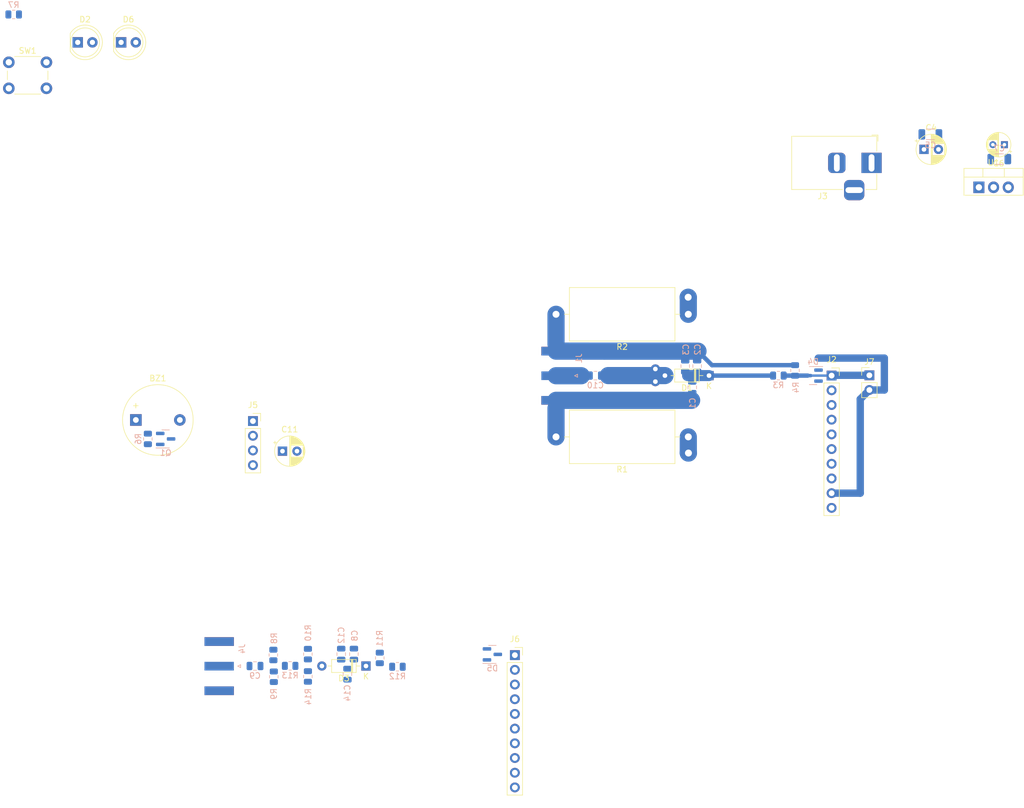
<source format=kicad_pcb>
(kicad_pcb (version 20221018) (generator pcbnew)
  (title_block (rev "1"))
  (layers (0 "F.Cu" signal "Front") (1 "In1.Cu" signal) (2 "In2.Cu" signal) (31 "B.Cu" signal "Back") (34 "B.Paste" user) (35 "F.Paste" user) (36 "B.SilkS" user "B.Silkscreen") (37 "F.SilkS" user "F.Silkscreen") (38 "B.Mask" user) (39 "F.Mask" user) (44 "Edge.Cuts" user))
  (net 0 "")
  (net 1 "VCC")
  (net 2 "Net-(BZ1-+)")
  (net 3 "Net-(D1-K)")
  (net 4 "+12V")
  (net 5 "Net-(D3-K)")
  (net 8 "Net-(D1-A)")
  (net 9 "Net-(D2-A)")
  (net 10 "Net-(D3-A)")
  (net 11 "A3")
  (net 12 "SDA")
  (net 13 "SLC")
  (net 14 "Net-(J4-In)")
  (net 15 "Net-(Q1-B)")
  (net 16 "BUZZ")
  (net 17 "HI_LO_PORT")
  (net 18 "HI_LO_port")
  (net 19 "Net-(C9-Pad2)")
  (net 20 "Net-(J1-In)")
  (net 25 "GNDA")
  (net 26 "GND")
  (net 37 "Net-(J4-Ext)")
  (net 38 "Net-(D5-COM)")
  (footprint "Capacitor_THT:CP_Radial_D5.0mm_P2.50mm" (layer "F.Cu") (at 162.218488 28.8576)
    (fp_text reference "C4" (at 1.25 -3.75) (layer "F.SilkS"))
    (fp_text value "100u")
    (pad "1" thru_hole rect (at 0 0) (size 1.6 1.6) (drill 0.8) (layers "*.Cu" "*.Mask") (net 4 "+12V"))
    (pad "2" thru_hole circle (at 2.5 0) (size 1.6 1.6) (drill 0.8) (layers "*.Cu" "*.Mask") (net 26 "GND"))
  )
  (footprint "Capacitor_THT:CP_Radial_D4.0mm_P2.00mm" (layer "F.Cu") (at 176.1188 28.0416 180)
    (fp_text reference "C6" (at 1 -3.25) (layer "F.SilkS"))
    (fp_text value "22u")
    (pad "1" thru_hole rect (at 0 0 180) (size 1.2 1.2) (drill 0.6) (layers "*.Cu" "*.Mask") (net 1 "VCC"))
    (pad "2" thru_hole circle (at 2 0 180) (size 1.2 1.2) (drill 0.6) (layers "*.Cu" "*.Mask") (net 26 "GND"))
  )
  (footprint "" (layer "F.Cu") (at 121.5136 81.3308)
    (fp_text reference "" (at 0 0) (layer "F.SilkS") (effects (font (size 1.27 1.27))))
    (fp_text value "" (at 0 0) (layer "F.SilkS") (effects (font (size 1.27 1.27))))
    (pad "1" thru_hole circle (at 0 0 180) (size 2.4 2.4) (drill 1.2) (layers "*.Cu" "*.Mask") (net 8 "Net-(D1-A)"))
  )
  (footprint "Diode_THT:D_DO-35_SOD27_P7.62mm_Horizontal" (layer "F.Cu") (at 125.0696 67.945 180)
    (fp_text reference "D1" (at 3.81 -2.12) (layer "F.SilkS"))
    (fp_text value "1N5711")
    (fp_text user "K" (at 0 -1.8) (layer "F.SilkS"))
    (pad "1" thru_hole rect (at 0 0 180) (size 1.6 1.6) (drill 0.8) (layers "*.Cu" "*.Mask") (net 3 "Net-(D1-K)"))
    (pad "2" thru_hole oval (at 7.62 0 180) (size 1.6 1.6) (drill 0.8) (layers "*.Cu" "*.Mask") (net 8 "Net-(D1-A)"))
  )
  (footprint "LED_THT:LED_D5.0mm" (layer "F.Cu") (at 23.4696 10.3632)
    (fp_text reference "D6" (at 1.27 -3.96) (layer "F.SilkS"))
    (fp_text value "LO_Port")
    (pad "1" thru_hole rect (at 0 0) (size 1.8 1.8) (drill 0.9) (layers "*.Cu" "*.Mask") (net 9 "Net-(D2-A)"))
    (pad "2" thru_hole circle (at 2.54 0) (size 1.8 1.8) (drill 0.9) (layers "*.Cu" "*.Mask") (net 1 "VCC"))
  )
  (footprint "Connector_PinSocket_2.54mm:PinSocket_1x10_P2.54mm_Vertical" (layer "F.Cu") (at 146.2532 67.9469)
    (fp_text reference "J2" (at 0 -2.77) (layer "F.SilkS"))
    (fp_text value "ADS1115")
    (pad "1" thru_hole rect (at 0 0) (size 1.7 1.7) (drill 1) (layers "*.Cu" "*.Mask") (net 11 "A3"))
    (pad "2" thru_hole oval (at 0 2.54) (size 1.7 1.7) (drill 1) (layers "*.Cu" "*.Mask"))
    (pad "3" thru_hole oval (at 0 5.08) (size 1.7 1.7) (drill 1) (layers "*.Cu" "*.Mask"))
    (pad "4" thru_hole oval (at 0 7.62) (size 1.7 1.7) (drill 1) (layers "*.Cu" "*.Mask"))
    (pad "5" thru_hole oval (at 0 10.16) (size 1.7 1.7) (drill 1) (layers "*.Cu" "*.Mask"))
    (pad "6" thru_hole oval (at 0 12.7) (size 1.7 1.7) (drill 1) (layers "*.Cu" "*.Mask"))
    (pad "7" thru_hole oval (at 0 15.24) (size 1.7 1.7) (drill 1) (layers "*.Cu" "*.Mask") (net 12 "SDA"))
    (pad "8" thru_hole oval (at 0 17.78) (size 1.7 1.7) (drill 1) (layers "*.Cu" "*.Mask") (net 13 "SLC"))
    (pad "9" thru_hole oval (at 0 20.32) (size 1.7 1.7) (drill 1) (layers "*.Cu" "*.Mask") (net 26 "GND"))
    (pad "10" thru_hole oval (at 0 22.86) (size 1.7 1.7) (drill 1) (layers "*.Cu" "*.Mask") (net 1 "VCC"))
  )
  (footprint "Capacitor_THT:CP_Radial_D5.0mm_P2.50mm" (layer "F.Cu") (at 51.3588 81.0006)
    (fp_text reference "C11" (at 1.25 -3.75) (layer "F.SilkS"))
    (fp_text value "100u")
    (pad "1" thru_hole rect (at 0 0) (size 1.6 1.6) (drill 0.8) (layers "*.Cu" "*.Mask"))
    (pad "2" thru_hole circle (at 2.5 0) (size 1.6 1.6) (drill 0.8) (layers "*.Cu" "*.Mask"))
  )
  (footprint "Resistor_THT:R_Axial_DIN0918_L18.0mm_D9.0mm_P22.86mm_Horizontal" (layer "F.Cu") (at 121.4882 57.3532 180)
    (fp_text reference "R2" (at 11.43 -5.62) (layer "F.SilkS"))
    (fp_text value "100")
    (pad "1" thru_hole circle (at 0 0 180) (size 2.4 2.4) (drill 1.2) (layers "*.Cu" "*.Mask") (net 8 "Net-(D1-A)"))
    (pad "2" thru_hole oval (at 22.86 0 180) (size 2.4 2.4) (drill 1.2) (layers "*.Cu" "*.Mask") (net 25 "GNDA"))
  )
  (footprint "Connector_PinSocket_2.54mm:PinSocket_1x04_P2.54mm_Vertical" (layer "F.Cu") (at 46.251599 75.8064)
    (fp_text reference "J5" (at 0 -2.77) (layer "F.SilkS"))
    (fp_text value "Display")
    (pad "1" thru_hole rect (at 0 0) (size 1.7 1.7) (drill 1) (layers "*.Cu" "*.Mask") (net 26 "GND"))
    (pad "2" thru_hole oval (at 0 2.54) (size 1.7 1.7) (drill 1) (layers "*.Cu" "*.Mask") (net 1 "VCC"))
    (pad "3" thru_hole oval (at 0 5.08) (size 1.7 1.7) (drill 1) (layers "*.Cu" "*.Mask") (net 12 "SDA"))
    (pad "4" thru_hole oval (at 0 7.62) (size 1.7 1.7) (drill 1) (layers "*.Cu" "*.Mask") (net 13 "SLC"))
  )
  (footprint "Buzzer_Beeper:Buzzer_12x9.5RM7.6" (layer "F.Cu") (at 26.0196 75.6158)
    (fp_text reference "BZ1" (at 3.8 -7.2) (layer "F.SilkS"))
    (fp_text value "Buzzer")
    (fp_text user "+" (at -0.01 -2.54) (layer "F.SilkS"))
    (pad "1" thru_hole rect (at 0 0) (size 2 2) (drill 1) (layers "*.Cu" "*.Mask") (net 1 "VCC"))
    (pad "2" thru_hole circle (at 7.6 0) (size 2 2) (drill 1) (layers "*.Cu" "*.Mask") (net 2 "Net-(BZ1-+)"))
  )
  (footprint "" (layer "F.Cu") (at 115.7986 68.9864)
    (fp_text reference "" (at 0 0) (layer "F.SilkS") (effects (font (size 1.27 1.27))))
    (fp_text value "" (at 0 0) (layer "F.SilkS") (effects (font (size 1.27 1.27))))
    (pad "2" thru_hole oval (at 0 0 180) (size 1.6 1.6) (drill 0.8) (layers "*.Cu" "*.Mask") (net 8 "Net-(D1-A)"))
  )
  (footprint "Diode_THT:D_DO-35_SOD27_P7.62mm_Horizontal" (layer "F.Cu") (at 65.786 118.1354 180)
    (fp_text reference "D3" (at 3.81 -2.12) (layer "F.SilkS"))
    (fp_text value "1N5711")
    (fp_text user "K" (at 0 -1.8) (layer "F.SilkS"))
    (pad "1" thru_hole rect (at 0 0 180) (size 1.6 1.6) (drill 0.8) (layers "*.Cu" "*.Mask") (net 5 "Net-(D3-K)"))
    (pad "2" thru_hole oval (at 7.62 0 180) (size 1.6 1.6) (drill 0.8) (layers "*.Cu" "*.Mask") (net 10 "Net-(D3-A)"))
  )
  (footprint "Package_TO_SOT_THT:TO-220-3_Vertical" (layer "F.Cu") (at 171.704 35.4076)
    (fp_text reference "U1" (at 2.54 -4.27) (layer "F.SilkS"))
    (fp_text value "L7805")
    (pad "1" thru_hole rect (at 0 0) (size 1.905 2) (drill 1.1) (layers "*.Cu" "*.Mask") (net 4 "+12V"))
    (pad "2" thru_hole oval (at 2.54 0) (size 1.905 2) (drill 1.1) (layers "*.Cu" "*.Mask") (net 26 "GND"))
    (pad "3" thru_hole oval (at 5.08 0) (size 1.905 2) (drill 1.1) (layers "*.Cu" "*.Mask") (net 1 "VCC"))
  )
  (footprint "" (layer "F.Cu") (at 115.7986 66.802)
    (fp_text reference "" (at 0 0) (layer "F.SilkS") (effects (font (size 1.27 1.27))))
    (fp_text value "" (at 0 0) (layer "F.SilkS") (effects (font (size 1.27 1.27))))
    (pad "2" thru_hole oval (at 0 0 180) (size 1.6 1.6) (drill 0.8) (layers "*.Cu" "*.Mask") (net 8 "Net-(D1-A)"))
  )
  (footprint "" (layer "F.Cu") (at 121.4628 54.4068)
    (fp_text reference "" (at 0 0) (layer "F.SilkS") (effects (font (size 1.27 1.27))))
    (fp_text value "" (at 0 0) (layer "F.SilkS") (effects (font (size 1.27 1.27))))
    (pad "1" thru_hole circle (at 0 0 180) (size 2.4 2.4) (drill 1.2) (layers "*.Cu" "*.Mask") (net 8 "Net-(D1-A)"))
  )
  (footprint "Resistor_THT:R_Axial_DIN0918_L18.0mm_D9.0mm_P22.86mm_Horizontal" (layer "F.Cu") (at 121.4882 78.5368 180)
    (fp_text reference "R1" (at 11.43 -5.62) (layer "F.SilkS"))
    (fp_text value "100")
    (pad "1" thru_hole circle (at 0 0 180) (size 2.4 2.4) (drill 1.2) (layers "*.Cu" "*.Mask") (net 8 "Net-(D1-A)"))
    (pad "2" thru_hole oval (at 22.86 0 180) (size 2.4 2.4) (drill 1.2) (layers "*.Cu" "*.Mask") (net 25 "GNDA"))
  )
  (footprint "Connector_BarrelJack:BarrelJack_Horizontal" (layer "F.Cu") (at 153.156 31.1912)
    (fp_text reference "J3" (at -8.45 5.75) (layer "F.SilkS"))
    (fp_text value "Barrel_Jack")
    (pad "1" thru_hole rect (at 0 0) (size 3.5 3.5) (drill oval 1 3) (layers "*.Cu" "*.Mask") (net 4 "+12V"))
    (pad "2" thru_hole roundrect (at -6 0) (size 3 3.5) (drill oval 1 3) (layers "*.Cu" "*.Mask") (net 26 "GND"))
    (pad "3" thru_hole roundrect (at -3 4.7) (size 3.5 3.5) (drill oval 3 1) (layers "*.Cu" "*.Mask"))
  )
  (footprint "Connector_PinHeader_2.54mm:PinHeader_1x02_P2.54mm_Vertical" (layer "F.Cu") (at 152.781 67.8961)
    (fp_text reference "J7" (at 0 -2.33) (layer "F.SilkS"))
    (fp_text value "TestPoint")
    (pad "1" thru_hole rect (at 0 0) (size 1.7 1.7) (drill 1) (layers "*.Cu" "*.Mask") (net 11 "A3"))
    (pad "2" thru_hole oval (at 0 2.54) (size 1.7 1.7) (drill 1) (layers "*.Cu" "*.Mask") (net 26 "GND"))
  )
  (footprint "LED_THT:LED_D5.0mm" (layer "F.Cu") (at 15.9696 10.3632)
    (fp_text reference "D2" (at 1.27 -3.96) (layer "F.SilkS"))
    (fp_text value "HI_Port")
    (pad "1" thru_hole rect (at 0 0) (size 1.8 1.8) (drill 0.9) (layers "*.Cu" "*.Mask") (net 26 "GND"))
    (pad "2" thru_hole circle (at 2.54 0) (size 1.8 1.8) (drill 0.9) (layers "*.Cu" "*.Mask") (net 9 "Net-(D2-A)"))
  )
  (footprint "Connector_PinSocket_2.54mm:PinSocket_1x10_P2.54mm_Vertical" (layer "F.Cu") (at 91.5162 116.2558)
    (fp_text reference "J6" (at 0 -2.77) (layer "F.SilkS"))
    (fp_text value "ADS1115")
    (pad "1" thru_hole rect (at 0 0) (size 1.7 1.7) (drill 1) (layers "*.Cu" "*.Mask"))
    (pad "2" thru_hole oval (at 0 2.54) (size 1.7 1.7) (drill 1) (layers "*.Cu" "*.Mask"))
    (pad "3" thru_hole oval (at 0 5.08) (size 1.7 1.7) (drill 1) (layers "*.Cu" "*.Mask"))
    (pad "4" thru_hole oval (at 0 7.62) (size 1.7 1.7) (drill 1) (layers "*.Cu" "*.Mask"))
    (pad "5" thru_hole oval (at 0 10.16) (size 1.7 1.7) (drill 1) (layers "*.Cu" "*.Mask"))
    (pad "6" thru_hole oval (at 0 12.7) (size 1.7 1.7) (drill 1) (layers "*.Cu" "*.Mask"))
    (pad "7" thru_hole oval (at 0 15.24) (size 1.7 1.7) (drill 1) (layers "*.Cu" "*.Mask"))
    (pad "8" thru_hole oval (at 0 17.78) (size 1.7 1.7) (drill 1) (layers "*.Cu" "*.Mask"))
    (pad "9" thru_hole oval (at 0 20.32) (size 1.7 1.7) (drill 1) (layers "*.Cu" "*.Mask"))
    (pad "10" thru_hole oval (at 0 22.86) (size 1.7 1.7) (drill 1) (layers "*.Cu" "*.Mask"))
  )
  (footprint "Button_Switch_THT:SW_PUSH_6mm" (layer "F.Cu") (at 4.0652 13.8028)
    (fp_text reference "SW1" (at 3.25 -2) (layer "F.SilkS"))
    (fp_text value "HI/LO port")
    (pad "1" thru_hole circle (at 0 0 90) (size 2 2) (drill 1.1) (layers "*.Cu" "*.Mask") (net 18 "HI_LO_port"))
    (pad "1" thru_hole circle (at 6.5 0 90) (size 2 2) (drill 1.1) (layers "*.Cu" "*.Mask") (net 18 "HI_LO_port"))
    (pad "2" thru_hole circle (at 0 4.5 90) (size 2 2) (drill 1.1) (layers "*.Cu" "*.Mask") (net 26 "GND"))
    (pad "2" thru_hole circle (at 6.5 4.5 90) (size 2 2) (drill 1.1) (layers "*.Cu" "*.Mask") (net 26 "GND"))
  )
  (footprint "Package_TO_SOT_SMD:SOT-23" (layer "B.Cu") (at 31.1681 78.8924)
    (fp_text reference "Q1" (at 0 2.4) (layer "B.SilkS") (effects (justify mirror)))
    (fp_text value "2N3904")
    (pad "1" smd roundrect (at -0.9375 0.95) (size 1.475 0.6) (layers "B.Cu" "B.Paste" "B.Mask") (net 15 "Net-(Q1-B)"))
    (pad "2" smd roundrect (at -0.9375 -0.95) (size 1.475 0.6) (layers "B.Cu" "B.Paste" "B.Mask") (net 26 "GND"))
    (pad "3" smd roundrect (at 0.9375 0) (size 1.475 0.6) (layers "B.Cu" "B.Paste" "B.Mask") (net 2 "Net-(BZ1-+)"))
  )
  (footprint "Resistor_SMD:R_0805_2012Metric" (layer "B.Cu") (at 55.753 116.0799 -90)
    (fp_text reference "R10" (at -3.6595 -0.0254 90) (layer "B.SilkS") (effects (justify mirror)))
    (fp_text value "91")
    (pad "1" smd roundrect (at -0.9125 0 270) (size 1.025 1.4) (layers "B.Cu" "B.Paste" "B.Mask") (roundrect_rratio 0.243902) (net 25 "GNDA"))
    (pad "2" smd roundrect (at 0.9125 0 270) (size 1.025 1.4) (layers "B.Cu" "B.Paste" "B.Mask") (roundrect_rratio 0.243902) (net 10 "Net-(D3-A)"))
  )
  (footprint "Capacitor_SMD:C_1206_3216Metric" (layer "B.Cu") (at 175.2346 30.5308 180)
    (fp_text reference "C7" (at 0 1.85) (layer "B.SilkS") (effects (justify mirror)))
    (fp_text value "100n")
    (pad "1" smd roundrect (at -1.475 0 180) (size 1.15 1.8) (layers "B.Cu" "B.Paste" "B.Mask") (roundrect_rratio 0.217391) (net 1 "VCC"))
    (pad "2" smd roundrect (at 1.475 0 180) (size 1.15 1.8) (layers "B.Cu" "B.Paste" "B.Mask") (roundrect_rratio 0.217391) (net 26 "GND"))
  )
  (footprint "Package_TO_SOT_SMD:SOT-23" (layer "B.Cu") (at 143.0528 67.9469 180)
    (fp_text reference "D4" (at 0 2.4) (layer "B.SilkS") (effects (justify mirror)))
    (fp_text value "BAT54S")
    (pad "1" smd roundrect (at -0.9375 0.95 180) (size 1.475 0.6) (layers "B.Cu" "B.Paste" "B.Mask") (net 26 "GND"))
    (pad "2" smd roundrect (at -0.9375 -0.95 180) (size 1.475 0.6) (layers "B.Cu" "B.Paste" "B.Mask") (net 1 "VCC"))
    (pad "3" smd roundrect (at 0.9375 0 180) (size 1.475 0.6) (layers "B.Cu" "B.Paste" "B.Mask") (net 11 "A3"))
  )
  (footprint "Connector_Coaxial:SMA_Amphenol_132289_EdgeMount" (layer "B.Cu") (at 40.4145 118.1608 180)
    (fp_text reference "J4" (at -3.96 3 90) (layer "B.SilkS") (effects (justify mirror)))
    (fp_text value "SMA")
    (pad "1" smd rect (at 0 0 90) (size 1.5 5.08) (layers "B.Cu" "B.Paste" "B.Mask") (net 14 "Net-(J4-In)"))
    (pad "2" smd rect (at 0 -4.25 90) (size 1.5 5.08) (layers "F.Cu" "F.Paste" "F.Mask") (net 37 "Net-(J4-Ext)"))
    (pad "2" smd rect (at 0 -4.25 90) (size 1.5 5.08) (layers "B.Cu" "B.Paste" "B.Mask") (net 37 "Net-(J4-Ext)"))
    (pad "2" smd rect (at 0 4.25 90) (size 1.5 5.08) (layers "F.Cu" "F.Paste" "F.Mask") (net 37 "Net-(J4-Ext)"))
    (pad "2" smd rect (at 0 4.25 90) (size 1.5 5.08) (layers "B.Cu" "B.Paste" "B.Mask") (net 37 "Net-(J4-Ext)"))
  )
  (footprint "Connector_Coaxial:SMA_Amphenol_132289_EdgeMount" (layer "B.Cu") (at 98.6313 67.9704 180)
    (fp_text reference "J1" (at -3.96 3 90) (layer "B.SilkS") (effects (justify mirror)))
    (fp_text value "SMA")
    (pad "1" smd rect (at 0 0 90) (size 1.5 5.08) (layers "B.Cu" "B.Paste" "B.Mask") (net 20 "Net-(J1-In)"))
    (pad "2" smd rect (at 0 -4.25 90) (size 1.5 5.08) (layers "F.Cu" "F.Paste" "F.Mask") (net 25 "GNDA"))
    (pad "2" smd rect (at 0 -4.25 90) (size 1.5 5.08) (layers "B.Cu" "B.Paste" "B.Mask") (net 25 "GNDA"))
    (pad "2" smd rect (at 0 4.25 90) (size 1.5 5.08) (layers "F.Cu" "F.Paste" "F.Mask") (net 25 "GNDA"))
    (pad "2" smd rect (at 0 4.25 90) (size 1.5 5.08) (layers "B.Cu" "B.Paste" "B.Mask") (net 25 "GNDA"))
  )
  (footprint "Resistor_SMD:R_0805_2012Metric" (layer "B.Cu") (at 139.9286 67.0579 90)
    (fp_text reference "R4" (at -2.9464 0.1524 90) (layer "B.SilkS") (effects (justify mirror)))
    (fp_text value "36k")
    (pad "1" smd roundrect (at -0.9125 0 90) (size 1.025 1.4) (layers "B.Cu" "B.Paste" "B.Mask") (roundrect_rratio 0.243902) (net 11 "A3"))
    (pad "2" smd roundrect (at 0.9125 0 90) (size 1.025 1.4) (layers "B.Cu" "B.Paste" "B.Mask") (roundrect_rratio 0.243902) (net 25 "GNDA"))
  )
  (footprint "Package_TO_SOT_SMD:SOT-23" (layer "B.Cu") (at 87.6323 116.1288)
    (fp_text reference "D5" (at 0 2.4) (layer "B.SilkS") (effects (justify mirror)))
    (fp_text value "BAT54S")
    (pad "1" smd roundrect (at -0.9375 0.95) (size 1.475 0.6) (layers "B.Cu" "B.Paste" "B.Mask") (net 26 "GND"))
    (pad "2" smd roundrect (at -0.9375 -0.95) (size 1.475 0.6) (layers "B.Cu" "B.Paste" "B.Mask") (net 1 "VCC"))
    (pad "3" smd roundrect (at 0.9375 0) (size 1.475 0.6) (layers "B.Cu" "B.Paste" "B.Mask") (net 38 "Net-(D5-COM)"))
  )
  (footprint "Resistor_SMD:R_0805_2012Metric" (layer "B.Cu") (at 52.6796 118.11)
    (fp_text reference "R13" (at 0 1.65) (layer "B.SilkS") (effects (justify mirror)))
    (fp_text value "18")
    (pad "1" smd roundrect (at -0.9125 0) (size 1.025 1.4) (layers "B.Cu" "B.Paste" "B.Mask") (roundrect_rratio 0.243902) (net 19 "Net-(C9-Pad2)"))
    (pad "2" smd roundrect (at 0.9125 0) (size 1.025 1.4) (layers "B.Cu" "B.Paste" "B.Mask") (roundrect_rratio 0.243902) (net 10 "Net-(D3-A)"))
  )
  (footprint "Resistor_SMD:R_0805_2012Metric" (layer "B.Cu") (at 28.0924 78.8924 -90)
    (fp_text reference "R6" (at 0 1.65 90) (layer "B.SilkS") (effects (justify mirror)))
    (fp_text value "1k")
    (pad "1" smd roundrect (at -0.9125 0 270) (size 1.025 1.4) (layers "B.Cu" "B.Paste" "B.Mask") (roundrect_rratio 0.243902) (net 16 "BUZZ"))
    (pad "2" smd roundrect (at 0.9125 0 270) (size 1.025 1.4) (layers "B.Cu" "B.Paste" "B.Mask") (roundrect_rratio 0.243902) (net 15 "Net-(Q1-B)"))
  )
  (footprint "Resistor_SMD:R_0805_2012Metric" (layer "B.Cu") (at 4.9041 5.5372 180)
    (fp_text reference "R7" (at 0 1.65) (layer "B.SilkS") (effects (justify mirror)))
    (fp_text value "3k")
    (pad "1" smd roundrect (at -0.9125 0 180) (size 1.025 1.4) (layers "B.Cu" "B.Paste" "B.Mask") (roundrect_rratio 0.243902) (net 17 "HI_LO_PORT"))
    (pad "2" smd roundrect (at 0.9125 0 180) (size 1.025 1.4) (layers "B.Cu" "B.Paste" "B.Mask") (roundrect_rratio 0.243902) (net 9 "Net-(D2-A)"))
  )
  (footprint "Resistor_SMD:R_0805_2012Metric" (layer "B.Cu") (at 137.0584 67.9469)
    (fp_text reference "R3" (at 0 1.65) (layer "B.SilkS") (effects (justify mirror)))
    (fp_text value "180k")
    (pad "1" smd roundrect (at -0.9125 0) (size 1.025 1.4) (layers "B.Cu" "B.Paste" "B.Mask") (roundrect_rratio 0.243902) (net 3 "Net-(D1-K)"))
    (pad "2" smd roundrect (at 0.9125 0) (size 1.025 1.4) (layers "B.Cu" "B.Paste" "B.Mask") (roundrect_rratio 0.243902) (net 11 "A3"))
  )
  (footprint "Capacitor_SMD:C_0805_2012Metric" (layer "B.Cu") (at 123.0122 66.294 90)
    (fp_text reference "C2" (at 2.8448 0.0762 90) (layer "B.SilkS") (effects (justify mirror)))
    (fp_text value "100p")
    (pad "1" smd roundrect (at -0.95 0 90) (size 1 1.45) (layers "B.Cu" "B.Paste" "B.Mask") (net 3 "Net-(D1-K)"))
    (pad "2" smd roundrect (at 0.95 0 90) (size 1 1.45) (layers "B.Cu" "B.Paste" "B.Mask") (net 25 "GNDA"))
  )
  (footprint "Capacitor_SMD:C_0805_2012Metric" (layer "B.Cu") (at 122.174 69.977 -90)
    (fp_text reference "C1" (at 2.7686 -0.0508 90) (layer "B.SilkS") (effects (justify mirror)))
    (fp_text value "3.3n")
    (pad "1" smd roundrect (at -0.95 0 270) (size 1 1.45) (layers "B.Cu" "B.Paste" "B.Mask") (net 3 "Net-(D1-K)"))
    (pad "2" smd roundrect (at 0.95 0 270) (size 1 1.45) (layers "B.Cu" "B.Paste" "B.Mask") (net 25 "GNDA"))
  )
  (footprint "Resistor_SMD:R_0805_2012Metric" (layer "B.Cu") (at 49.8602 119.9896 90)
    (fp_text reference "R9" (at -2.9718 0 90) (layer "B.SilkS") (effects (justify mirror)))
    (fp_text value "560")
    (pad "1" smd roundrect (at -0.9125 0 90) (size 1.025 1.4) (layers "B.Cu" "B.Paste" "B.Mask") (roundrect_rratio 0.243902) (net 25 "GNDA"))
    (pad "2" smd roundrect (at 0.9125 0 90) (size 1.025 1.4) (layers "B.Cu" "B.Paste" "B.Mask") (roundrect_rratio 0.243902) (net 19 "Net-(C9-Pad2)"))
  )
  (footprint "Capacitor_SMD:C_0805_2012Metric" (layer "B.Cu") (at 105.4354 67.945)
    (fp_text reference "C10" (at 0 1.68) (layer "B.SilkS") (effects (justify mirror)))
    (fp_text value "15n")
    (pad "1" smd roundrect (at -0.95 0) (size 1 1.45) (layers "B.Cu" "B.Paste" "B.Mask") (net 20 "Net-(J1-In)"))
    (pad "2" smd roundrect (at 0.95 0) (size 1 1.45) (layers "B.Cu" "B.Paste" "B.Mask") (net 8 "Net-(D1-A)"))
  )
  (footprint "Resistor_SMD:R_0805_2012Metric" (layer "B.Cu") (at 71.2216 118.2624)
    (fp_text reference "R12" (at 0 1.65) (layer "B.SilkS") (effects (justify mirror)))
    (fp_text value "1k")
    (pad "1" smd roundrect (at -0.9125 0) (size 1.025 1.4) (layers "B.Cu" "B.Paste" "B.Mask") (roundrect_rratio 0.243902) (net 5 "Net-(D3-K)"))
    (pad "2" smd roundrect (at 0.9125 0) (size 1.025 1.4) (layers "B.Cu" "B.Paste" "B.Mask") (roundrect_rratio 0.243902) (net 38 "Net-(D5-COM)"))
  )
  (footprint "Capacitor_SMD:C_0805_2012Metric" (layer "B.Cu") (at 63.7032 116.078 -90)
    (fp_text reference "C8" (at -3.1852 -0.127 90) (layer "B.SilkS") (effects (justify mirror)))
    (fp_text value "10p")
    (pad "1" smd roundrect (at -0.95 0 270) (size 1 1.45) (layers "B.Cu" "B.Paste" "B.Mask") (net 25 "GNDA"))
    (pad "2" smd roundrect (at 0.95 0 270) (size 1 1.45) (layers "B.Cu" "B.Paste" "B.Mask") (net 5 "Net-(D3-K)"))
  )
  (footprint "Resistor_SMD:R_0805_2012Metric" (layer "B.Cu") (at 49.784 116.2304 90)
    (fp_text reference "R8" (at 2.8956 0.127 90) (layer "B.SilkS") (effects (justify mirror)))
    (fp_text value "620")
    (pad "1" smd roundrect (at -0.9125 0 90) (size 1.025 1.4) (layers "B.Cu" "B.Paste" "B.Mask") (roundrect_rratio 0.243902) (net 19 "Net-(C9-Pad2)"))
    (pad "2" smd roundrect (at 0.9125 0 90) (size 1.025 1.4) (layers "B.Cu" "B.Paste" "B.Mask") (roundrect_rratio 0.243902) (net 37 "Net-(J4-Ext)"))
  )
  (footprint "Capacitor_SMD:C_0805_2012Metric" (layer "B.Cu") (at 61.5062 116.078 90)
    (fp_text reference "C12" (at 3.2614 0.0126 90) (layer "B.SilkS") (effects (justify mirror)))
    (fp_text value "100p")
    (pad "1" smd roundrect (at -0.95 0 90) (size 1 1.45) (layers "B.Cu" "B.Paste" "B.Mask") (net 5 "Net-(D3-K)"))
    (pad "2" smd roundrect (at 0.95 0 90) (size 1 1.45) (layers "B.Cu" "B.Paste" "B.Mask") (net 37 "Net-(J4-Ext)"))
  )
  (footprint "Resistor_SMD:R_0805_2012Metric" (layer "B.Cu") (at 68.1736 116.7384 90)
    (fp_text reference "R11" (at 3.3528 -0.0254 90) (layer "B.SilkS") (effects (justify mirror)))
    (fp_text value "270k")
    (pad "1" smd roundrect (at -0.9125 0 90) (size 1.025 1.4) (layers "B.Cu" "B.Paste" "B.Mask") (roundrect_rratio 0.243902) (net 5 "Net-(D3-K)"))
    (pad "2" smd roundrect (at 0.9125 0 90) (size 1.025 1.4) (layers "B.Cu" "B.Paste" "B.Mask") (roundrect_rratio 0.243902) (net 37 "Net-(J4-Ext)"))
  )
  (footprint "Capacitor_SMD:C_1206_3216Metric" (layer "B.Cu") (at 163.322 26.2636)
    (fp_text reference "C5" (at 0 1.85) (layer "B.SilkS") (effects (justify mirror)))
    (fp_text value "100n")
    (pad "1" smd roundrect (at -1.475 0) (size 1.15 1.8) (layers "B.Cu" "B.Paste" "B.Mask") (roundrect_rratio 0.217391) (net 4 "+12V"))
    (pad "2" smd roundrect (at 1.475 0) (size 1.15 1.8) (layers "B.Cu" "B.Paste" "B.Mask") (roundrect_rratio 0.217391) (net 26 "GND"))
  )
  (footprint "Capacitor_SMD:C_0805_2012Metric" (layer "B.Cu") (at 120.9548 66.3092 90)
    (fp_text reference "C3" (at 2.86 0.127 90) (layer "B.SilkS") (effects (justify mirror)))
    (fp_text value "10p")
    (pad "1" smd roundrect (at -0.95 0 90) (size 1 1.45) (layers "B.Cu" "B.Paste" "B.Mask") (net 3 "Net-(D1-K)"))
    (pad "2" smd roundrect (at 0.95 0 90) (size 1 1.45) (layers "B.Cu" "B.Paste" "B.Mask") (net 25 "GNDA"))
  )
  (footprint "Capacitor_SMD:C_0805_2012Metric" (layer "B.Cu") (at 62.5856 119.5426 -90)
    (fp_text reference "C14" (at 3.2614 0.0254 90) (layer "B.SilkS") (effects (justify mirror)))
    (fp_text value "3.3n")
    (pad "1" smd roundrect (at -0.95 0 270) (size 1 1.45) (layers "B.Cu" "B.Paste" "B.Mask") (net 5 "Net-(D3-K)"))
    (pad "2" smd roundrect (at 0.95 0 270) (size 1 1.45) (layers "B.Cu" "B.Paste" "B.Mask") (net 37 "Net-(J4-Ext)"))
  )
  (footprint "Resistor_SMD:R_0805_2012Metric" (layer "B.Cu") (at 55.753 119.9388 -90)
    (fp_text reference "R14" (at 3.5052 -0.0508 90) (layer "B.SilkS") (effects (justify mirror)))
    (fp_text value "82")
    (pad "1" smd roundrect (at -0.9125 0 270) (size 1.025 1.4) (layers "B.Cu" "B.Paste" "B.Mask") (roundrect_rratio 0.243902) (net 10 "Net-(D3-A)"))
    (pad "2" smd roundrect (at 0.9125 0 270) (size 1.025 1.4) (layers "B.Cu" "B.Paste" "B.Mask") (roundrect_rratio 0.243902) (net 37 "Net-(J4-Ext)"))
  )
  (footprint "Capacitor_SMD:C_0805_2012Metric" (layer "B.Cu") (at 46.609 118.1354)
    (fp_text reference "C9" (at 0 1.68) (layer "B.SilkS") (effects (justify mirror)))
    (fp_text value "15n")
    (pad "1" smd roundrect (at -0.95 0) (size 1 1.45) (layers "B.Cu" "B.Paste" "B.Mask") (net 14 "Net-(J4-In)"))
    (pad "2" smd roundrect (at 0.95 0) (size 1 1.45) (layers "B.Cu" "B.Paste" "B.Mask") (net 19 "Net-(C9-Pad2)"))
  )
  (segment (start 125.0715 67.9469) (end 125.0696 67.945) (width 0.762) (layer "B.Cu") (net 3))
  (segment (start 125.0696 67.945) (end 121.3612 67.945) (width 1.905) (layer "B.Cu") (net 3))
  (segment (start 136.1459 67.9469) (end 125.0715 67.9469) (width 0.762) (layer "B.Cu") (net 3))
  (segment (start 121.4882 57.3532) (end 121.4882 54.4322) (width 2.9718) (layer "B.Cu") (net 8))
  (segment (start 121.4882 78.5368) (end 121.4882 81.3054) (width 2.9718) (layer "B.Cu") (net 8))
  (segment (start 117.4496 67.945) (end 107.6452 67.945) (width 2.9718) (layer "B.Cu") (net 8))
  (segment (start 121.4882 81.3054) (end 121.5136 81.3308) (width 2.9718) (layer "B.Cu") (net 8))
  (segment (start 121.4882 54.4322) (end 121.4628 54.4068) (width 2.9718) (layer "B.Cu") (net 8))
  (segment (start 146.2532 67.9469) (end 142.1153 67.9469) (width 0.4) (layer "B.Cu") (net 11))
  (segment (start 146.304 67.8961) (end 146.2532 67.9469) (width 1.27) (layer "B.Cu") (net 11))
  (segment (start 137.9709 67.9469) (end 142.1153 67.9469) (width 0.762) (layer "B.Cu") (net 11))
  (segment (start 152.781 67.8961) (end 146.304 67.8961) (width 1.27) (layer "B.Cu") (net 11))
  (segment (start 98.6313 67.9704) (end 102.997 67.9704) (width 2.9718) (layer "B.Cu") (net 20))
  (segment (start 98.6282 57.3532) (end 98.6282 62.5094) (width 2.9718) (layer "B.Cu") (net 25))
  (segment (start 125.5814 66.1454) (end 123.1646 63.7286) (width 0.762) (layer "B.Cu") (net 25))
  (segment (start 139.9286 66.1454) (end 125.5814 66.1454) (width 0.762) (layer "B.Cu") (net 25))
  (segment (start 98.6313 63.7204) (end 123.1646 63.7286) (width 2.9718) (layer "B.Cu") (net 25))
  (segment (start 98.6313 72.2204) (end 122.0642 72.2204) (width 2.9718) (layer "B.Cu") (net 25))
  (segment (start 98.6282 78.5368) (end 98.6282 73.5838) (width 2.9718) (layer "B.Cu") (net 25))
  (segment (start 155.3699 64.9243) (end 143.9437 64.9243) (width 1.27) (layer "B.Cu") (net 26))
  (segment (start 151.2043 88.2669) (end 151.2043 72.0128) (width 1.27) (layer "B.Cu") (net 26))
  (segment (start 146.2532 88.2669) (end 151.2043 88.2669) (width 1.27) (layer "B.Cu") (net 26))
  (segment (start 151.2043 72.0128) (end 152.781 70.4361) (width 1.27) (layer "B.Cu") (net 26))
  (segment (start 152.781 70.4361) (end 155.3699 70.4361) (width 1.27) (layer "B.Cu") (net 26))
  (segment (start 155.3699 70.4361) (end 155.3699 64.9243) (width 1.27) (layer "B.Cu") (net 26))
)
</source>
